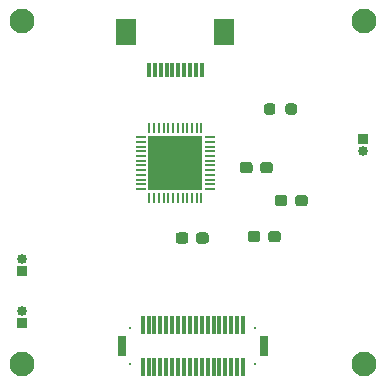
<source format=gts>
%TF.GenerationSoftware,KiCad,Pcbnew,(5.1.10)-1*%
%TF.CreationDate,2021-12-14T18:37:17+01:00*%
%TF.ProjectId,shield_v1,73686965-6c64-45f7-9631-2e6b69636164,rev?*%
%TF.SameCoordinates,Original*%
%TF.FileFunction,Soldermask,Top*%
%TF.FilePolarity,Negative*%
%FSLAX46Y46*%
G04 Gerber Fmt 4.6, Leading zero omitted, Abs format (unit mm)*
G04 Created by KiCad (PCBNEW (5.1.10)-1) date 2021-12-14 18:37:17*
%MOMM*%
%LPD*%
G01*
G04 APERTURE LIST*
%ADD10C,2.100000*%
%ADD11R,1.803400X2.209800*%
%ADD12R,0.304800X1.295400*%
%ADD13R,0.800000X1.800000*%
%ADD14C,0.300000*%
%ADD15R,0.300000X1.600000*%
%ADD16O,0.850000X0.850000*%
%ADD17R,0.850000X0.850000*%
%ADD18R,0.230000X0.810000*%
%ADD19R,0.810000X0.230000*%
%ADD20R,4.600000X4.600000*%
G04 APERTURE END LIST*
D10*
%TO.C,REF\u002A\u002A*%
X52000000Y-81000000D03*
%TD*%
%TO.C,REF\u002A\u002A*%
X81000000Y-81000000D03*
%TD*%
%TO.C,REF\u002A\u002A*%
X81000000Y-52000000D03*
%TD*%
%TO.C,REF\u002A\u002A*%
X52000000Y-52000000D03*
%TD*%
D11*
%TO.C,J6*%
X60874000Y-52884000D03*
X69174000Y-52884000D03*
D12*
X62774000Y-56134000D03*
X63274000Y-56134000D03*
X63774000Y-56134000D03*
X64274000Y-56134000D03*
X64774000Y-56134000D03*
X65274000Y-56134000D03*
X65774000Y-56134000D03*
X66274000Y-56134000D03*
X66774000Y-56134000D03*
X67274000Y-56134000D03*
%TD*%
D13*
%TO.C,J5*%
X72500000Y-79500000D03*
X60500000Y-79500000D03*
D14*
X71800000Y-78000000D03*
X61200000Y-78000000D03*
D15*
X70750000Y-77700000D03*
X70750000Y-81300000D03*
X70250000Y-77700000D03*
X70250000Y-81300000D03*
X69750000Y-77700000D03*
X69750000Y-81300000D03*
X69250000Y-77700000D03*
X69250000Y-81300000D03*
X68750000Y-77700000D03*
X68750000Y-81300000D03*
X68250000Y-77700000D03*
X68250000Y-81300000D03*
X67750000Y-77700000D03*
X67750000Y-81300000D03*
X67250000Y-77700000D03*
X67250000Y-81300000D03*
X66750000Y-77700000D03*
X66750000Y-81300000D03*
X66250000Y-77700000D03*
X66250000Y-81300000D03*
X65750000Y-77700000D03*
X65750000Y-81300000D03*
X65250000Y-77700000D03*
X65250000Y-81300000D03*
X64750000Y-77700000D03*
X64750000Y-81300000D03*
X64250000Y-77700000D03*
X64250000Y-81300000D03*
X63750000Y-77700000D03*
X63750000Y-81300000D03*
X63250000Y-77700000D03*
X63250000Y-81300000D03*
X62750000Y-77700000D03*
X62750000Y-81300000D03*
X62250000Y-77700000D03*
X62250000Y-81300000D03*
%TD*%
D14*
%TO.C,J4*%
X71789520Y-81001140D03*
X61189520Y-81001140D03*
%TD*%
D16*
%TO.C,J3*%
X52000000Y-72152000D03*
D17*
X52000000Y-73152000D03*
%TD*%
D16*
%TO.C,J2*%
X52000000Y-76571600D03*
D17*
X52000000Y-77571600D03*
%TD*%
D16*
%TO.C,J1*%
X80899000Y-62976000D03*
D17*
X80899000Y-61976000D03*
%TD*%
%TO.C,R1*%
G36*
G01*
X73489000Y-59198500D02*
X73489000Y-59673500D01*
G75*
G02*
X73251500Y-59911000I-237500J0D01*
G01*
X72751500Y-59911000D01*
G75*
G02*
X72514000Y-59673500I0J237500D01*
G01*
X72514000Y-59198500D01*
G75*
G02*
X72751500Y-58961000I237500J0D01*
G01*
X73251500Y-58961000D01*
G75*
G02*
X73489000Y-59198500I0J-237500D01*
G01*
G37*
G36*
G01*
X75314000Y-59198500D02*
X75314000Y-59673500D01*
G75*
G02*
X75076500Y-59911000I-237500J0D01*
G01*
X74576500Y-59911000D01*
G75*
G02*
X74339000Y-59673500I0J237500D01*
G01*
X74339000Y-59198500D01*
G75*
G02*
X74576500Y-58961000I237500J0D01*
G01*
X75076500Y-58961000D01*
G75*
G02*
X75314000Y-59198500I0J-237500D01*
G01*
G37*
%TD*%
%TO.C,C4*%
G36*
G01*
X66122500Y-70120500D02*
X66122500Y-70595500D01*
G75*
G02*
X65885000Y-70833000I-237500J0D01*
G01*
X65285000Y-70833000D01*
G75*
G02*
X65047500Y-70595500I0J237500D01*
G01*
X65047500Y-70120500D01*
G75*
G02*
X65285000Y-69883000I237500J0D01*
G01*
X65885000Y-69883000D01*
G75*
G02*
X66122500Y-70120500I0J-237500D01*
G01*
G37*
G36*
G01*
X67847500Y-70120500D02*
X67847500Y-70595500D01*
G75*
G02*
X67610000Y-70833000I-237500J0D01*
G01*
X67010000Y-70833000D01*
G75*
G02*
X66772500Y-70595500I0J237500D01*
G01*
X66772500Y-70120500D01*
G75*
G02*
X67010000Y-69883000I237500J0D01*
G01*
X67610000Y-69883000D01*
G75*
G02*
X67847500Y-70120500I0J-237500D01*
G01*
G37*
%TD*%
%TO.C,C3*%
G36*
G01*
X72868500Y-70468500D02*
X72868500Y-69993500D01*
G75*
G02*
X73106000Y-69756000I237500J0D01*
G01*
X73706000Y-69756000D01*
G75*
G02*
X73943500Y-69993500I0J-237500D01*
G01*
X73943500Y-70468500D01*
G75*
G02*
X73706000Y-70706000I-237500J0D01*
G01*
X73106000Y-70706000D01*
G75*
G02*
X72868500Y-70468500I0J237500D01*
G01*
G37*
G36*
G01*
X71143500Y-70468500D02*
X71143500Y-69993500D01*
G75*
G02*
X71381000Y-69756000I237500J0D01*
G01*
X71981000Y-69756000D01*
G75*
G02*
X72218500Y-69993500I0J-237500D01*
G01*
X72218500Y-70468500D01*
G75*
G02*
X71981000Y-70706000I-237500J0D01*
G01*
X71381000Y-70706000D01*
G75*
G02*
X71143500Y-70468500I0J237500D01*
G01*
G37*
%TD*%
%TO.C,C2*%
G36*
G01*
X71557000Y-64151500D02*
X71557000Y-64626500D01*
G75*
G02*
X71319500Y-64864000I-237500J0D01*
G01*
X70719500Y-64864000D01*
G75*
G02*
X70482000Y-64626500I0J237500D01*
G01*
X70482000Y-64151500D01*
G75*
G02*
X70719500Y-63914000I237500J0D01*
G01*
X71319500Y-63914000D01*
G75*
G02*
X71557000Y-64151500I0J-237500D01*
G01*
G37*
G36*
G01*
X73282000Y-64151500D02*
X73282000Y-64626500D01*
G75*
G02*
X73044500Y-64864000I-237500J0D01*
G01*
X72444500Y-64864000D01*
G75*
G02*
X72207000Y-64626500I0J237500D01*
G01*
X72207000Y-64151500D01*
G75*
G02*
X72444500Y-63914000I237500J0D01*
G01*
X73044500Y-63914000D01*
G75*
G02*
X73282000Y-64151500I0J-237500D01*
G01*
G37*
%TD*%
%TO.C,C1*%
G36*
G01*
X75154500Y-67420500D02*
X75154500Y-66945500D01*
G75*
G02*
X75392000Y-66708000I237500J0D01*
G01*
X75992000Y-66708000D01*
G75*
G02*
X76229500Y-66945500I0J-237500D01*
G01*
X76229500Y-67420500D01*
G75*
G02*
X75992000Y-67658000I-237500J0D01*
G01*
X75392000Y-67658000D01*
G75*
G02*
X75154500Y-67420500I0J237500D01*
G01*
G37*
G36*
G01*
X73429500Y-67420500D02*
X73429500Y-66945500D01*
G75*
G02*
X73667000Y-66708000I237500J0D01*
G01*
X74267000Y-66708000D01*
G75*
G02*
X74504500Y-66945500I0J-237500D01*
G01*
X74504500Y-67420500D01*
G75*
G02*
X74267000Y-67658000I-237500J0D01*
G01*
X73667000Y-67658000D01*
G75*
G02*
X73429500Y-67420500I0J237500D01*
G01*
G37*
%TD*%
D18*
%TO.C,U1*%
X62824000Y-61058000D03*
X63224000Y-61058000D03*
X63624000Y-61058000D03*
X64024000Y-61058000D03*
X64424000Y-61058000D03*
X64824000Y-61058000D03*
X65224000Y-61058000D03*
X65624000Y-61058000D03*
X66024000Y-61058000D03*
X66424000Y-61058000D03*
X66824000Y-61058000D03*
X67224000Y-61058000D03*
D19*
X67974000Y-61808000D03*
X67974000Y-62208000D03*
X67974000Y-62608000D03*
X67974000Y-63008000D03*
X67974000Y-63408000D03*
X67974000Y-63808000D03*
X67974000Y-64208000D03*
X67974000Y-64608000D03*
X67974000Y-65008000D03*
X67974000Y-65408000D03*
X67974000Y-65808000D03*
X67974000Y-66208000D03*
D18*
X67224000Y-66958000D03*
X66824000Y-66958000D03*
X66424000Y-66958000D03*
X66024000Y-66958000D03*
X65624000Y-66958000D03*
X65224000Y-66958000D03*
X64824000Y-66958000D03*
X64424000Y-66958000D03*
X64024000Y-66958000D03*
X63624000Y-66958000D03*
X63224000Y-66958000D03*
X62824000Y-66958000D03*
D19*
X62074000Y-66208000D03*
X62074000Y-65808000D03*
X62074000Y-65408000D03*
X62074000Y-65008000D03*
X62074000Y-64608000D03*
X62074000Y-64208000D03*
X62074000Y-63808000D03*
X62074000Y-63408000D03*
X62074000Y-63008000D03*
X62074000Y-62608000D03*
X62074000Y-62208000D03*
X62074000Y-61808000D03*
D20*
X65024000Y-64008000D03*
%TD*%
M02*

</source>
